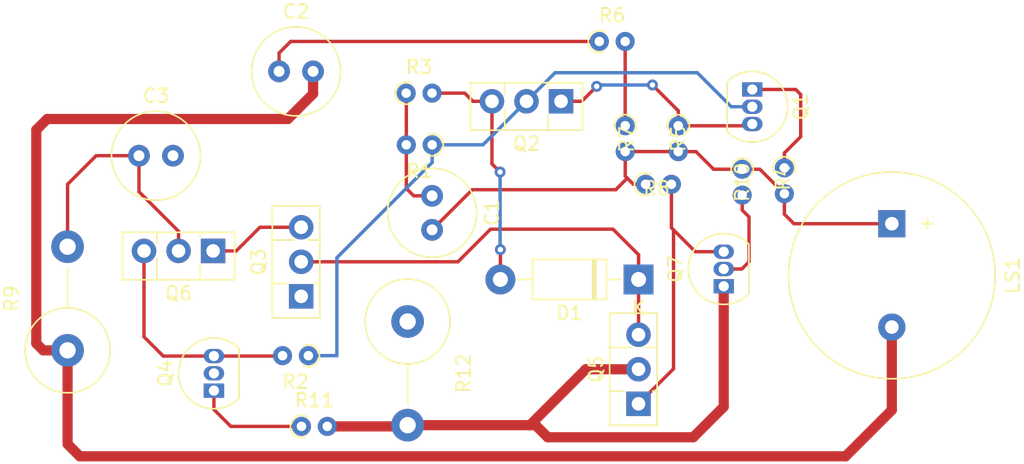
<source format=kicad_pcb>
(kicad_pcb (version 20211014) (generator pcbnew)
  (layers (0 "F.Cu" signal) (31 "B.Cu" signal) (34 "B.Paste" user) (35 "F.Paste" user) (36 "B.SilkS" user "B.Silkscreen") (37 "F.SilkS" user "F.Silkscreen") (38 "B.Mask" user) (39 "F.Mask" user) (44 "Edge.Cuts" user))
  (net 0 "")
  (net 1 "Net-(C1-Pad1)")
  (net 2 "Net-(C1-Pad2)")
  (net 3 "Net-(C2-Pad1)")
  (net 4 "Earth")
  (net 5 "Net-(C3-Pad1)")
  (net 6 "INPUT")
  (net 7 "Net-(D1-Pad1)")
  (net 8 "Net-(D1-Pad2)")
  (net 9 "Net-(Q1-Pad1)")
  (net 10 "+VDC")
  (net 11 "Net-(Q1-Pad3)")
  (net 12 "Net-(Q3-Pad1)")
  (net 13 "Net-(Q3-Pad3)")
  (net 14 "Net-(Q4-Pad1)")
  (net 15 "Net-(Q4-Pad2)")
  (net 16 "Net-(Q4-Pad3)")
  (net 17 "Net-(Q5-Pad1)")
  (net 18 "-VDC")
  (net 19 "Net-(Q7-Pad2)")
  (footprint "Resistor_THT:R_Axial_DIN0204_L3.6mm_D1.6mm_P1.90mm_Vertical" (layer "F.Cu") (at 142.7 70.1 -90)
    (fp_text reference "R5" (at 0.95 0 90) (layer "F.SilkS"))
    (fp_text value "100")
    (fp_arc (start 0.320095 0.749359) (mid -0.813042 -0.054435) (end 0.417133 -0.7) (layer "F.SilkS") (width 0.12))
    (pad "1" thru_hole circle (at 0 0 270) (size 1.4 1.4) (drill 0.7) (layers *.Cu *.Mask) (net 11 "Net-(Q1-Pad3)"))
    (pad "2" thru_hole oval (at 1.9 0 270) (size 1.4 1.4) (drill 0.7) (layers *.Cu *.Mask) (net 2 "Net-(C1-Pad2)"))
  )
  (footprint "Resistor_THT:R_Axial_DIN0617_L17.0mm_D6.0mm_P7.62mm_Vertical" (layer "F.Cu") (at 97.8 86.61 90)
    (fp_text reference "R9" (at 3.81 -4.12 90) (layer "F.SilkS"))
    (fp_text value "56k")
    (fp_line (start 3.12 0) (end 6.12 0) (layer "F.SilkS") (width 0.12))
    (fp_circle (center 0 0) (end 3.12 0) (layer "F.SilkS") (width 0.12) (fill none))
    (pad "1" thru_hole circle (at 0 0 90) (size 2.4 2.4) (drill 1.2) (layers *.Cu *.Mask) (net 4 "Earth"))
    (pad "2" thru_hole oval (at 7.62 0 90) (size 2.4 2.4) (drill 1.2) (layers *.Cu *.Mask) (net 5 "Net-(C3-Pad1)"))
  )
  (footprint "Resistor_THT:R_Axial_DIN0204_L3.6mm_D1.6mm_P1.90mm_Vertical" (layer "F.Cu") (at 136.895 63.9)
    (fp_text reference "R6" (at 0.95 -1.92) (layer "F.SilkS"))
    (fp_text value "1k")
    (fp_arc (start 0.320095 0.749359) (mid -0.813042 -0.054435) (end 0.417133 -0.7) (layer "F.SilkS") (width 0.12))
    (pad "1" thru_hole circle (at 0 0) (size 1.4 1.4) (drill 0.7) (layers *.Cu *.Mask) (net 3 "Net-(C2-Pad1)"))
    (pad "2" thru_hole oval (at 1.9 0) (size 1.4 1.4) (drill 0.7) (layers *.Cu *.Mask) (net 15 "Net-(Q4-Pad2)"))
  )
  (footprint "Package_TO_SOT_THT:TO-92_Inline" (layer "F.Cu") (at 146.04 81.9 90)
    (fp_text reference "Q7" (at 1.27 -3.56 90) (layer "F.SilkS"))
    (fp_text value "2SA1943")
    (fp_line (start -0.53 1.85) (end 3.07 1.85) (layer "F.SilkS") (width 0.12))
    (fp_arc (start 1.27 -2.6) (mid 3.672087 -0.994977) (end 3.108478 1.838478) (layer "F.SilkS") (width 0.12))
    (fp_arc (start -0.568478 1.838478) (mid -1.132087 -0.994977) (end 1.27 -2.6) (layer "F.SilkS") (width 0.12))
    (pad "1" thru_hole rect (at 0 0 90) (size 1.05 1.5) (drill 0.75) (layers *.Cu *.Mask) (net 18 "-VDC"))
    (pad "2" thru_hole oval (at 1.27 0 90) (size 1.05 1.5) (drill 0.75) (layers *.Cu *.Mask) (net 19 "Net-(Q7-Pad2)"))
    (pad "3" thru_hole oval (at 2.54 0 90) (size 1.05 1.5) (drill 0.75) (layers *.Cu *.Mask) (net 17 "Net-(Q5-Pad1)"))
  )
  (footprint "Capacitor_THT:C_Radial_D6.3mm_H11.0mm_P2.50mm" (layer "F.Cu") (at 113.35 66.1)
    (fp_text reference "C2" (at 1.25 -4.4) (layer "F.SilkS"))
    (fp_text value "100uF")
    (fp_circle (center 1.25 0) (end 4.52 0) (layer "F.SilkS") (width 0.12) (fill none))
    (pad "1" thru_hole circle (at 0 0) (size 1.6 1.6) (drill 0.8) (layers *.Cu *.Mask) (net 3 "Net-(C2-Pad1)"))
    (pad "2" thru_hole circle (at 2.5 0) (size 1.6 1.6) (drill 0.8) (layers *.Cu *.Mask) (net 4 "Earth"))
  )
  (footprint "Resistor_THT:R_Axial_DIN0204_L3.6mm_D1.6mm_P1.90mm_Vertical" (layer "F.Cu") (at 150.5 73.195 -90)
    (fp_text reference "R4" (at 0.705 0.1 90) (layer "F.SilkS"))
    (fp_text value "0.22")
    (fp_arc (start 0.320095 0.749359) (mid -0.813042 -0.054435) (end 0.417133 -0.7) (layer "F.SilkS") (width 0.12))
    (pad "1" thru_hole circle (at 0 0 270) (size 1.4 1.4) (drill 0.7) (layers *.Cu *.Mask) (net 9 "Net-(Q1-Pad1)"))
    (pad "2" thru_hole oval (at 1.9 0 270) (size 1.4 1.4) (drill 0.7) (layers *.Cu *.Mask) (net 2 "Net-(C1-Pad2)"))
  )
  (footprint "Buzzer_Beeper:Buzzer_15x7.5RM7.6" (layer "F.Cu") (at 158.4 77.3 -90)
    (fp_text reference "LS1" (at 3.81 -8.89 90) (layer "F.SilkS"))
    (fp_text value "Speaker")
    (fp_text user "+" (at -0.01 -2.54 90) (layer "F.SilkS"))
    (fp_circle (center 3.8 0) (end 11.4 0) (layer "F.SilkS") (width 0.12) (fill none))
    (pad "1" thru_hole rect (at 0 0 270) (size 2 2) (drill 1) (layers *.Cu *.Mask) (net 2 "Net-(C1-Pad2)"))
    (pad "2" thru_hole circle (at 7.6 0 270) (size 2 2) (drill 1) (layers *.Cu *.Mask) (net 4 "Earth"))
  )
  (footprint "Resistor_THT:R_Axial_DIN0204_L3.6mm_D1.6mm_P1.90mm_Vertical" (layer "F.Cu") (at 114.995 92.2)
    (fp_text reference "R11" (at 0.95 -1.92) (layer "F.SilkS"))
    (fp_text value "1k")
    (fp_arc (start 0.320095 0.749359) (mid -0.813042 -0.054435) (end 0.417133 -0.7) (layer "F.SilkS") (width 0.12))
    (pad "1" thru_hole circle (at 0 0) (size 1.4 1.4) (drill 0.7) (layers *.Cu *.Mask) (net 14 "Net-(Q4-Pad1)"))
    (pad "2" thru_hole oval (at 1.9 0) (size 1.4 1.4) (drill 0.7) (layers *.Cu *.Mask) (net 18 "-VDC"))
  )
  (footprint "Resistor_THT:R_Axial_DIN0204_L3.6mm_D1.6mm_P1.90mm_Vertical" (layer "F.Cu") (at 147.4 73.295 -90)
    (fp_text reference "R10" (at 0.95 0 90) (layer "F.SilkS"))
    (fp_text value "0.22")
    (fp_arc (start 0.320095 0.749359) (mid -0.813042 -0.054435) (end 0.417133 -0.7) (layer "F.SilkS") (width 0.12))
    (pad "1" thru_hole circle (at 0 0 270) (size 1.4 1.4) (drill 0.7) (layers *.Cu *.Mask) (net 2 "Net-(C1-Pad2)"))
    (pad "2" thru_hole oval (at 1.9 0 270) (size 1.4 1.4) (drill 0.7) (layers *.Cu *.Mask) (net 19 "Net-(Q7-Pad2)"))
  )
  (footprint "Diode_THT:D_DO-41_SOD81_P10.16mm_Horizontal" (layer "F.Cu") (at 139.78 81.4 180)
    (fp_text reference "D1" (at 5.08 -2.47) (layer "F.SilkS"))
    (fp_text value "1N4007")
    (fp_text user "K" (at 0 -2.1) (layer "F.SilkS"))
    (fp_line (start 3.26 -1.47) (end 3.26 1.47) (layer "F.SilkS") (width 0.12))
    (fp_line (start 3.38 -1.47) (end 3.38 1.47) (layer "F.SilkS") (width 0.12))
    (fp_line (start 7.8 -1.47) (end 2.36 -1.47) (layer "F.SilkS") (width 0.12))
    (fp_line (start 2.36 -1.47) (end 2.36 1.47) (layer "F.SilkS") (width 0.12))
    (fp_line (start 3.14 -1.47) (end 3.14 1.47) (layer "F.SilkS") (width 0.12))
    (fp_line (start 1.34 0) (end 2.36 0) (layer "F.SilkS") (width 0.12))
    (fp_line (start 7.8 1.47) (end 7.8 -1.47) (layer "F.SilkS") (width 0.12))
    (fp_line (start 8.82 0) (end 7.8 0) (layer "F.SilkS") (width 0.12))
    (fp_line (start 2.36 1.47) (end 7.8 1.47) (layer "F.SilkS") (width 0.12))
    (pad "1" thru_hole rect (at 0 0 180) (size 2.2 2.2) (drill 1.1) (layers *.Cu *.Mask) (net 7 "Net-(D1-Pad1)"))
    (pad "2" thru_hole oval (at 10.16 0 180) (size 2.2 2.2) (drill 1.1) (layers *.Cu *.Mask) (net 8 "Net-(D1-Pad2)"))
  )
  (footprint "Capacitor_THT:C_Radial_D6.3mm_H11.0mm_P2.50mm" (layer "F.Cu") (at 124.6 75.25 -90)
    (fp_text reference "C1" (at 1.25 -4.4 90) (layer "F.SilkS"))
    (fp_text value "100uF")
    (fp_circle (center 1.25 0) (end 4.52 0) (layer "F.SilkS") (width 0.12) (fill none))
    (pad "1" thru_hole circle (at 0 0 270) (size 1.6 1.6) (drill 0.8) (layers *.Cu *.Mask) (net 1 "Net-(C1-Pad1)"))
    (pad "2" thru_hole circle (at 2.5 0 270) (size 1.6 1.6) (drill 0.8) (layers *.Cu *.Mask) (net 2 "Net-(C1-Pad2)"))
  )
  (footprint "Resistor_THT:R_Axial_DIN0617_L17.0mm_D6.0mm_P7.62mm_Vertical" (layer "F.Cu") (at 122.8 84.49 -90)
    (fp_text reference "R12" (at 3.81 -4.12 90) (layer "F.SilkS"))
    (fp_text value "57k")
    (fp_line (start 3.12 0) (end 6.12 0) (layer "F.SilkS") (width 0.12))
    (fp_circle (center 0 0) (end 3.12 0) (layer "F.SilkS") (width 0.12) (fill none))
    (pad "1" thru_hole circle (at 0 0 270) (size 2.4 2.4) (drill 1.2) (layers *.Cu *.Mask) (net 12 "Net-(Q3-Pad1)"))
    (pad "2" thru_hole oval (at 7.62 0 270) (size 2.4 2.4) (drill 1.2) (layers *.Cu *.Mask) (net 18 "-VDC"))
  )
  (footprint "Package_TO_SOT_THT:TO-126-3_Vertical" (layer "F.Cu") (at 134.08 68.3 180)
    (fp_text reference "Q2" (at 2.54 -3.12) (layer "F.SilkS"))
    (fp_text value "BD139")
    (fp_line (start 4.141 -2.12) (end 4.141 -0.54) (layer "F.SilkS") (width 0.12))
    (fp_line (start 6.66 -2.12) (end 6.66 1.37) (layer "F.SilkS") (width 0.12))
    (fp_line (start 0.94 -2.12) (end 0.94 -1.05) (layer "F.SilkS") (width 0.12))
    (fp_line (start -1.58 -2.12) (end -1.58 1.37) (layer "F.SilkS") (width 0.12))
    (fp_line (start 4.141 0.54) (end 4.141 1.37) (layer "F.SilkS") (width 0.12))
    (fp_line (start -1.58 -2.12) (end 6.66 -2.12) (layer "F.SilkS") (width 0.12))
    (fp_line (start 0.94 1.05) (end 0.94 1.37) (layer "F.SilkS") (width 0.12))
    (fp_line (start -1.58 1.37) (end 6.66 1.37) (layer "F.SilkS") (width 0.12))
    (pad "1" thru_hole rect (at 0 0 180) (size 1.8 1.8) (drill 1) (layers *.Cu *.Mask) (net 11 "Net-(Q1-Pad3)"))
    (pad "2" thru_hole oval (at 2.54 0 180) (size 1.8 1.8) (drill 1) (layers *.Cu *.Mask) (net 10 "+VDC"))
    (pad "3" thru_hole oval (at 5.08 0 180) (size 1.8 1.8) (drill 1) (layers *.Cu *.Mask) (net 8 "Net-(D1-Pad2)"))
  )
  (footprint "Package_TO_SOT_THT:TO-126-3_Vertical" (layer "F.Cu") (at 114.975 82.64 90)
    (fp_text reference "Q3" (at 2.54 -3.12 90) (layer "F.SilkS"))
    (fp_text value "BD139")
    (fp_line (start -1.58 -2.12) (end 6.66 -2.12) (layer "F.SilkS") (width 0.12))
    (fp_line (start -1.58 1.37) (end 6.66 1.37) (layer "F.SilkS") (width 0.12))
    (fp_line (start 0.94 -2.12) (end 0.94 -1.05) (layer "F.SilkS") (width 0.12))
    (fp_line (start -1.58 -2.12) (end -1.58 1.37) (layer "F.SilkS") (width 0.12))
    (fp_line (start 6.66 -2.12) (end 6.66 1.37) (layer "F.SilkS") (width 0.12))
    (fp_line (start 4.141 0.54) (end 4.141 1.37) (layer "F.SilkS") (width 0.12))
    (fp_line (start 0.94 1.05) (end 0.94 1.37) (layer "F.SilkS") (width 0.12))
    (fp_line (start 4.141 -2.12) (end 4.141 -0.54) (layer "F.SilkS") (width 0.12))
    (pad "1" thru_hole rect (at 0 0 90) (size 1.8 1.8) (drill 1) (layers *.Cu *.Mask) (net 12 "Net-(Q3-Pad1)"))
    (pad "2" thru_hole oval (at 2.54 0 90) (size 1.8 1.8) (drill 1) (layers *.Cu *.Mask) (net 7 "Net-(D1-Pad1)"))
    (pad "3" thru_hole oval (at 5.08 0 90) (size 1.8 1.8) (drill 1) (layers *.Cu *.Mask) (net 13 "Net-(Q3-Pad3)"))
  )
  (footprint "Resistor_THT:R_Axial_DIN0204_L3.6mm_D1.6mm_P1.90mm_Vertical" (layer "F.Cu") (at 115.505 87 180)
    (fp_text reference "R2" (at 0.95 -1.92) (layer "F.SilkS"))
    (fp_text value "10k")
    (fp_arc (start 0.320095 0.749359) (mid -0.813042 -0.054435) (end 0.417133 -0.7) (layer "F.SilkS") (width 0.12))
    (pad "1" thru_hole circle (at 0 0 180) (size 1.4 1.4) (drill 0.7) (layers *.Cu *.Mask) (net 10 "+VDC"))
    (pad "2" thru_hole oval (at 1.9 0 180) (size 1.4 1.4) (drill 0.7) (layers *.Cu *.Mask) (net 16 "Net-(Q4-Pad3)"))
  )
  (footprint "Resistor_THT:R_Axial_DIN0204_L3.6mm_D1.6mm_P1.90mm_Vertical" (layer "F.Cu") (at 140.295 74.4)
    (fp_text reference "R8" (at 0.805 0.3) (layer "F.SilkS"))
    (fp_text value "100")
    (fp_arc (start 0.320095 0.749359) (mid -0.813042 -0.054435) (end 0.417133 -0.7) (layer "F.SilkS") (width 0.12))
    (pad "1" thru_hole circle (at 0 0) (size 1.4 1.4) (drill 0.7) (layers *.Cu *.Mask) (net 2 "Net-(C1-Pad2)"))
    (pad "2" thru_hole oval (at 1.9 0) (size 1.4 1.4) (drill 0.7) (layers *.Cu *.Mask) (net 17 "Net-(Q5-Pad1)"))
  )
  (footprint "Capacitor_THT:C_Radial_D6.3mm_H11.0mm_P2.50mm" (layer "F.Cu") (at 103.05 72.3)
    (fp_text reference "C3" (at 1.25 -4.4) (layer "F.SilkS"))
    (fp_text value "1uF")
    (fp_circle (center 1.25 0) (end 4.52 0) (layer "F.SilkS") (width 0.12) (fill none))
    (pad "1" thru_hole circle (at 0 0) (size 1.6 1.6) (drill 0.8) (layers *.Cu *.Mask) (net 5 "Net-(C3-Pad1)"))
    (pad "2" thru_hole circle (at 2.5 0) (size 1.6 1.6) (drill 0.8) (layers *.Cu *.Mask) (net 6 "INPUT"))
  )
  (footprint "Package_TO_SOT_THT:TO-126-3_Vertical" (layer "F.Cu") (at 139.775 90.54 90)
    (fp_text reference "Q5" (at 2.54 -3.12 90) (layer "F.SilkS"))
    (fp_text value "BD140")
    (fp_line (start -1.58 -2.12) (end 6.66 -2.12) (layer "F.SilkS") (width 0.12))
    (fp_line (start 4.141 -2.12) (end 4.141 -0.54) (layer "F.SilkS") (width 0.12))
    (fp_line (start 0.94 -2.12) (end 0.94 -1.05) (layer "F.SilkS") (width 0.12))
    (fp_line (start 4.141 0.54) (end 4.141 1.37) (layer "F.SilkS") (width 0.12))
    (fp_line (start 6.66 -2.12) (end 6.66 1.37) (layer "F.SilkS") (width 0.12))
    (fp_line (start -1.58 1.37) (end 6.66 1.37) (layer "F.SilkS") (width 0.12))
    (fp_line (start -1.58 -2.12) (end -1.58 1.37) (layer "F.SilkS") (width 0.12))
    (fp_line (start 0.94 1.05) (end 0.94 1.37) (layer "F.SilkS") (width 0.12))
    (pad "1" thru_hole rect (at 0 0 90) (size 1.8 1.8) (drill 1) (layers *.Cu *.Mask) (net 17 "Net-(Q5-Pad1)"))
    (pad "2" thru_hole oval (at 2.54 0 90) (size 1.8 1.8) (drill 1) (layers *.Cu *.Mask) (net 18 "-VDC"))
    (pad "3" thru_hole oval (at 5.08 0 90) (size 1.8 1.8) (drill 1) (layers *.Cu *.Mask) (net 7 "Net-(D1-Pad1)"))
  )
  (footprint "Package_TO_SOT_THT:TO-92_Inline" (layer "F.Cu") (at 108.56 89.57 90)
    (fp_text reference "Q4" (at 1.27 -3.56 90) (layer "F.SilkS"))
    (fp_text value "BC557")
    (fp_line (start -0.53 1.85) (end 3.07 1.85) (layer "F.SilkS") (width 0.12))
    (fp_arc (start 1.27 -2.6) (mid 3.672087 -0.994977) (end 3.108478 1.838478) (layer "F.SilkS") (width 0.12))
    (fp_arc (start -0.568478 1.838478) (mid -1.132087 -0.994977) (end 1.27 -2.6) (layer "F.SilkS") (width 0.12))
    (pad "1" thru_hole rect (at 0 0 90) (size 1.05 1.5) (drill 0.75) (layers *.Cu *.Mask) (net 14 "Net-(Q4-Pad1)"))
    (pad "2" thru_hole oval (at 1.27 0 90) (size 1.05 1.5) (drill 0.75) (layers *.Cu *.Mask) (net 15 "Net-(Q4-Pad2)"))
    (pad "3" thru_hole oval (at 2.54 0 90) (size 1.05 1.5) (drill 0.75) (layers *.Cu *.Mask) (net 16 "Net-(Q4-Pad3)"))
  )
  (footprint "Resistor_THT:R_Axial_DIN0204_L3.6mm_D1.6mm_P1.90mm_Vertical" (layer "F.Cu") (at 122.695 67.7)
    (fp_text reference "R3" (at 0.95 -1.92) (layer "F.SilkS"))
    (fp_text value "4.7k")
    (fp_arc (start 0.320095 0.749359) (mid -0.813042 -0.054435) (end 0.417133 -0.7) (layer "F.SilkS") (width 0.12))
    (pad "1" thru_hole circle (at 0 0) (size 1.4 1.4) (drill 0.7) (layers *.Cu *.Mask) (net 1 "Net-(C1-Pad1)"))
    (pad "2" thru_hole oval (at 1.9 0) (size 1.4 1.4) (drill 0.7) (layers *.Cu *.Mask) (net 8 "Net-(D1-Pad2)"))
  )
  (footprint "Package_TO_SOT_THT:TO-126-3_Vertical" (layer "F.Cu") (at 108.5 79.3 180)
    (fp_text reference "Q6" (at 2.54 -3.12) (layer "F.SilkS"))
    (fp_text value "BC557")
    (fp_line (start -1.58 -2.12) (end -1.58 1.37) (layer "F.SilkS") (width 0.12))
    (fp_line (start 0.94 1.05) (end 0.94 1.37) (layer "F.SilkS") (width 0.12))
    (fp_line (start 0.94 -2.12) (end 0.94 -1.05) (layer "F.SilkS") (width 0.12))
    (fp_line (start 4.141 0.54) (end 4.141 1.37) (layer "F.SilkS") (width 0.12))
    (fp_line (start 6.66 -2.12) (end 6.66 1.37) (layer "F.SilkS") (width 0.12))
    (fp_line (start -1.58 1.37) (end 6.66 1.37) (layer "F.SilkS") (width 0.12))
    (fp_line (start -1.58 -2.12) (end 6.66 -2.12) (layer "F.SilkS") (width 0.12))
    (fp_line (start 4.141 -2.12) (end 4.141 -0.54) (layer "F.SilkS") (width 0.12))
    (pad "1" thru_hole rect (at 0 0 180) (size 1.8 1.8) (drill 1) (layers *.Cu *.Mask) (net 13 "Net-(Q3-Pad3)"))
    (pad "2" thru_hole oval (at 2.54 0 180) (size 1.8 1.8) (drill 1) (layers *.Cu *.Mask) (net 5 "Net-(C3-Pad1)"))
    (pad "3" thru_hole oval (at 5.08 0 180) (size 1.8 1.8) (drill 1) (layers *.Cu *.Mask) (net 16 "Net-(Q4-Pad3)"))
  )
  (footprint "Resistor_THT:R_Axial_DIN0204_L3.6mm_D1.6mm_P1.90mm_Vertical" (layer "F.Cu") (at 138.8 70.095 -90)
    (fp_text reference "R7" (at 1.005 -0.1 90) (layer "F.SilkS"))
    (fp_text value "47k")
    (fp_arc (start 0.320095 0.749359) (mid -0.813042 -0.054435) (end 0.417133 -0.7) (layer "F.SilkS") (width 0.12))
    (pad "1" thru_hole circle (at 0 0 270) (size 1.4 1.4) (drill 0.7) (layers *.Cu *.Mask) (net 15 "Net-(Q4-Pad2)"))
    (pad "2" thru_hole oval (at 1.9 0 270) (size 1.4 1.4) (drill 0.7) (layers *.Cu *.Mask) (net 2 "Net-(C1-Pad2)"))
  )
  (footprint "Resistor_THT:R_Axial_DIN0204_L3.6mm_D1.6mm_P1.90mm_Vertical" (layer "F.Cu") (at 124.605 71.5 180)
    (fp_text reference "R1" (at 0.95 -1.92) (layer "F.SilkS"))
    (fp_text value "4.7k")
    (fp_arc (start 0.320095 0.749359) (mid -0.813042 -0.054435) (end 0.417133 -0.7) (layer "F.SilkS") (width 0.12))
    (pad "1" thru_hole circle (at 0 0 180) (size 1.4 1.4) (drill 0.7) (layers *.Cu *.Mask) (net 10 "+VDC"))
    (pad "2" thru_hole oval (at 1.9 0 180) (size 1.4 1.4) (drill 0.7) (layers *.Cu *.Mask) (net 1 "Net-(C1-Pad1)"))
  )
  (footprint "Package_TO_SOT_THT:TO-92_Inline" (layer "F.Cu") (at 148.14 67.43 -90)
    (fp_text reference "Q1" (at 1.27 -3.56 90) (layer "F.SilkS"))
    (fp_text value "2SC5200")
    (fp_line (start -0.53 1.85) (end 3.07 1.85) (layer "F.SilkS") (width 0.12))
    (fp_arc (start 1.27 -2.6) (mid 3.672087 -0.994977) (end 3.108478 1.838478) (layer "F.SilkS") (width 0.12))
    (fp_arc (start -0.568478 1.838478) (mid -1.132087 -0.994977) (end 1.27 -2.6) (layer "F.SilkS") (width 0.12))
    (pad "1" thru_hole rect (at 0 0 270) (size 1.05 1.5) (drill 0.75) (layers *.Cu *.Mask) (net 9 "Net-(Q1-Pad1)"))
    (pad "2" thru_hole oval (at 1.27 0 270) (size 1.05 1.5) (drill 0.75) (layers *.Cu *.Mask) (net 10 "+VDC"))
    (pad "3" thru_hole oval (at 2.54 0 270) (size 1.05 1.5) (drill 0.75) (layers *.Cu *.Mask) (net 11 "Net-(Q1-Pad3)"))
  )
  (segment (start 123.25 75.25) (end 122.705 74.705) (width 0.25) (layer "F.Cu") (net 1))
  (segment (start 124.6 75.25) (end 123.25 75.25) (width 0.25) (layer "F.Cu") (net 1))
  (segment (start 122.705 74.705) (end 122.705 71.5) (width 0.25) (layer "F.Cu") (net 1))
  (segment (start 122.705 71.5) (end 122.705 67.71) (width 0.25) (layer "F.Cu") (net 1))
  (segment (start 122.705 67.71) (end 122.695 67.7) (width 0.25) (layer "F.Cu") (net 1))
  (segment (start 151.2 77.3) (end 150.5 76.6) (width 0.25) (layer "F.Cu") (net 2))
  (segment (start 158.4 77.3) (end 151.2 77.3) (width 0.25) (layer "F.Cu") (net 2))
  (segment (start 148.7 73.295) (end 150.5 75.095) (width 0.25) (layer "F.Cu") (net 2))
  (segment (start 144 72) (end 145.295 73.295) (width 0.25) (layer "F.Cu") (net 2))
  (segment (start 142.695 71.995) (end 142.7 72) (width 0.25) (layer "F.Cu") (net 2))
  (segment (start 127.55 74.8) (end 138.1 74.8) (width 0.25) (layer "F.Cu") (net 2))
  (segment (start 147.4 73.295) (end 148.7 73.295) (width 0.25) (layer "F.Cu") (net 2))
  (segment (start 124.6 77.75) (end 127.55 74.8) (width 0.25) (layer "F.Cu") (net 2))
  (segment (start 138.95 73.95) (end 138.8 73.8) (width 0.25) (layer "F.Cu") (net 2))
  (segment (start 139.4 74.4) (end 138.95 73.95) (width 0.25) (layer "F.Cu") (net 2))
  (segment (start 145.295 73.295) (end 147.4 73.295) (width 0.25) (layer "F.Cu") (net 2))
  (segment (start 138.8 73.8) (end 138.8 71.995) (width 0.25) (layer "F.Cu") (net 2))
  (segment (start 150.5 76.6) (end 150.5 75.095) (width 0.25) (layer "F.Cu") (net 2))
  (segment (start 140.295 74.4) (end 139.4 74.4) (width 0.25) (layer "F.Cu") (net 2))
  (segment (start 138.8 71.995) (end 142.695 71.995) (width 0.25) (layer "F.Cu") (net 2))
  (segment (start 138.1 74.8) (end 138.95 73.95) (width 0.25) (layer "F.Cu") (net 2))
  (segment (start 142.7 72) (end 144 72) (width 0.25) (layer "F.Cu") (net 2))
  (segment (start 136.895 63.9) (end 114.2 63.9) (width 0.25) (layer "F.Cu") (net 3))
  (segment (start 113.35 64.75) (end 113.35 66.1) (width 0.25) (layer "F.Cu") (net 3))
  (segment (start 114.2 63.9) (end 113.35 64.75) (width 0.25) (layer "F.Cu") (net 3))
  (segment (start 97.8 93.5) (end 98.7 94.4) (width 0.75) (layer "F.Cu") (net 4))
  (segment (start 115.85 67.75) (end 114 69.6) (width 0.75) (layer "F.Cu") (net 4))
  (segment (start 97.8 86.61) (end 97.8 93.5) (width 0.75) (layer "F.Cu") (net 4))
  (segment (start 115.85 66.1) (end 115.85 67.75) (width 0.75) (layer "F.Cu") (net 4))
  (segment (start 96.01 86.61) (end 97.8 86.61) (width 0.75) (layer "F.Cu") (net 4))
  (segment (start 95.5 86.1) (end 96.01 86.61) (width 0.75) (layer "F.Cu") (net 4))
  (segment (start 155 94.4) (end 158.4 91) (width 0.75) (layer "F.Cu") (net 4))
  (segment (start 96.3 69.6) (end 95.5 70.4) (width 0.75) (layer "F.Cu") (net 4))
  (segment (start 158.4 91) (end 158.4 84.9) (width 0.75) (layer "F.Cu") (net 4))
  (segment (start 95.5 70.4) (end 95.5 86.1) (width 0.75) (layer "F.Cu") (net 4))
  (segment (start 114 69.6) (end 96.3 69.6) (width 0.75) (layer "F.Cu") (net 4))
  (segment (start 98.7 94.4) (end 155 94.4) (width 0.75) (layer "F.Cu") (net 4))
  (segment (start 99.9 72.3) (end 103.05 72.3) (width 0.25) (layer "F.Cu") (net 5))
  (segment (start 103.05 72.3) (end 103.05 74.95) (width 0.25) (layer "F.Cu") (net 5))
  (segment (start 97.8 78.99) (end 97.8 74.4) (width 0.25) (layer "F.Cu") (net 5))
  (segment (start 105.96 77.86) (end 105.96 79.3) (width 0.25) (layer "F.Cu") (net 5))
  (segment (start 97.8 74.4) (end 99.9 72.3) (width 0.25) (layer "F.Cu") (net 5))
  (segment (start 103.05 74.95) (end 105.96 77.86) (width 0.25) (layer "F.Cu") (net 5))
  (segment (start 139.78 81.4) (end 139.78 85.455) (width 0.25) (layer "F.Cu") (net 7))
  (segment (start 126.5 80.1) (end 114.975 80.1) (width 0.25) (layer "F.Cu") (net 7))
  (segment (start 137.9 77.7) (end 128.9 77.7) (width 0.25) (layer "F.Cu") (net 7))
  (segment (start 139.78 79.58) (end 137.9 77.7) (width 0.25) (layer "F.Cu") (net 7))
  (segment (start 128.9 77.7) (end 126.5 80.1) (width 0.25) (layer "F.Cu") (net 7))
  (segment (start 139.78 85.455) (end 139.775 85.46) (width 0.25) (layer "F.Cu") (net 7))
  (segment (start 139.78 81.4) (end 139.78 79.58) (width 0.25) (layer "F.Cu") (net 7))
  (segment (start 129.6 73.5) (end 129 72.9) (width 0.25) (layer "F.Cu") (net 8))
  (segment (start 129 72.9) (end 129 68.3) (width 0.25) (layer "F.Cu") (net 8))
  (segment (start 129 68.3) (end 127.6 68.3) (width 0.25) (layer "F.Cu") (net 8))
  (segment (start 129.62 81.4) (end 129.62 79.2) (width 0.25) (layer "F.Cu") (net 8))
  (segment (start 127.6 68.3) (end 127 67.7) (width 0.25) (layer "F.Cu") (net 8))
  (segment (start 127 67.7) (end 124.595 67.7) (width 0.25) (layer "F.Cu") (net 8))
  (via (at 129.62 79.2) (size 0.8) (drill 0.4) (layers "F.Cu" "B.Cu") (net 8))
  (via (at 129.6 73.5) (size 0.8) (drill 0.4) (layers "F.Cu" "B.Cu") (net 8))
  (segment (start 129.6 79.18) (end 129.6 73.5) (width 0.25) (layer "B.Cu") (net 8))
  (segment (start 129.62 79.2) (end 129.6 79.18) (width 0.25) (layer "B.Cu") (net 8))
  (segment (start 151.33 67.43) (end 151.7 67.8) (width 0.25) (layer "F.Cu") (net 9))
  (segment (start 151.7 70.9) (end 150.5 72.1) (width 0.25) (layer "F.Cu") (net 9))
  (segment (start 151.7 67.8) (end 151.7 70.9) (width 0.25) (layer "F.Cu") (net 9))
  (segment (start 150.5 72.1) (end 150.5 73.195) (width 0.25) (layer "F.Cu") (net 9))
  (segment (start 148.14 67.43) (end 151.33 67.43) (width 0.25) (layer "F.Cu") (net 9))
  (segment (start 133.64 66.2) (end 144.1 66.2) (width 0.25) (layer "B.Cu") (net 10))
  (segment (start 124.605 72.795) (end 117.6 79.8) (width 0.25) (layer "B.Cu") (net 10))
  (segment (start 131.54 68.3) (end 133.64 66.2) (width 0.25) (layer "B.Cu") (net 10))
  (segment (start 144.1 66.2) (end 146.6 68.7) (width 0.25) (layer "B.Cu") (net 10))
  (segment (start 128.34 71.5) (end 131.54 68.3) (width 0.25) (layer "B.Cu") (net 10))
  (segment (start 146.6 68.7) (end 148.14 68.7) (width 0.25) (layer "B.Cu") (net 10))
  (segment (start 124.605 71.5) (end 124.605 72.795) (width 0.25) (layer "B.Cu") (net 10))
  (segment (start 117.6 87) (end 115.505 87) (width 0.25) (layer "B.Cu") (net 10))
  (segment (start 124.605 71.5) (end 128.34 71.5) (width 0.25) (layer "B.Cu") (net 10))
  (segment (start 117.6 79.8) (end 117.6 87) (width 0.25) (layer "B.Cu") (net 10))
  (segment (start 140.8 67.1) (end 142.7 69) (width 0.25) (layer "F.Cu") (net 11))
  (segment (start 142.7 69) (end 142.7 70.1) (width 0.25) (layer "F.Cu") (net 11))
  (segment (start 134.08 68.3) (end 135.6 68.3) (width 0.25) (layer "F.Cu") (net 11))
  (segment (start 142.7 70.1) (end 148.01 70.1) (width 0.25) (layer "F.Cu") (net 11))
  (segment (start 148.01 70.1) (end 148.14 69.97) (width 0.25) (layer "F.Cu") (net 11))
  (segment (start 135.6 68.3) (end 136.7 67.2) (width 0.25) (layer "F.Cu") (net 11))
  (via (at 136.7 67.2) (size 0.8) (drill 0.4) (layers "F.Cu" "B.Cu") (net 11))
  (via (at 140.8 67.1) (size 0.8) (drill 0.4) (layers "F.Cu" "B.Cu") (net 11))
  (segment (start 136.7 67.2) (end 136.8 67.1) (width 0.25) (layer "B.Cu") (net 11))
  (segment (start 136.8 67.1) (end 140.8 67.1) (width 0.25) (layer "B.Cu") (net 11))
  (segment (start 111.94 77.56) (end 114.975 77.56) (width 0.25) (layer "F.Cu") (net 13))
  (segment (start 108.5 79.3) (end 110.2 79.3) (width 0.25) (layer "F.Cu") (net 13))
  (segment (start 110.2 79.3) (end 111.94 77.56) (width 0.25) (layer "F.Cu") (net 13))
  (segment (start 108.56 90.96) (end 109.8 92.2) (width 0.25) (layer "F.Cu") (net 14))
  (segment (start 108.56 89.57) (end 108.56 90.96) (width 0.25) (layer "F.Cu") (net 14))
  (segment (start 109.8 92.2) (end 114.995 92.2) (width 0.25) (layer "F.Cu") (net 14))
  (segment (start 138.795 63.9) (end 138.795 70.09) (width 0.25) (layer "F.Cu") (net 15))
  (segment (start 138.795 70.09) (end 138.8 70.095) (width 0.25) (layer "F.Cu") (net 15))
  (segment (start 108.56 87.03) (end 113.575 87.03) (width 0.25) (layer "F.Cu") (net 16))
  (segment (start 103.42 85.62) (end 104.83 87.03) (width 0.25) (layer "F.Cu") (net 16))
  (segment (start 113.575 87.03) (end 113.605 87) (width 0.25) (layer "F.Cu") (net 16))
  (segment (start 103.42 79.3) (end 103.42 85.62) (width 0.25) (layer "F.Cu") (net 16))
  (segment (start 104.83 87.03) (end 108.56 87.03) (width 0.25) (layer "F.Cu") (net 16))
  (segment (start 142.35 87.965) (end 142.35 77.75) (width 0.25) (layer "F.Cu") (net 17))
  (segment (start 142.195 77.595) (end 142.195 74.4) (width 0.25) (layer "F.Cu") (net 17))
  (segment (start 143.96 79.36) (end 142.35 77.75) (width 0.25) (layer "F.Cu") (net 17))
  (segment (start 142.35 77.75) (end 142.195 77.595) (width 0.25) (layer "F.Cu") (net 17))
  (segment (start 139.775 90.54) (end 142.35 87.965) (width 0.25) (layer "F.Cu") (net 17))
  (segment (start 146.04 79.36) (end 143.96 79.36) (width 0.25) (layer "F.Cu") (net 17))
  (segment (start 146.04 81.9) (end 146.04 90.76) (width 0.75) (layer "F.Cu") (net 18))
  (segment (start 132.21 92.11) (end 131.79 92.11) (width 0.75) (layer "F.Cu") (net 18))
  (segment (start 133.1 93) (end 132.21 92.11) (width 0.75) (layer "F.Cu") (net 18))
  (segment (start 116.895 92.2) (end 122.71 92.2) (width 0.75) (layer "F.Cu") (net 18))
  (segment (start 131.79 92.11) (end 135.9 88) (width 0.75) (layer "F.Cu") (net 18))
  (segment (start 135.9 88) (end 139.775 88) (width 0.75) (layer "F.Cu") (net 18))
  (segment (start 122.8 92.11) (end 131.79 92.11) (width 0.75) (layer "F.Cu") (net 18))
  (segment (start 146.04 90.76) (end 143.8 93) (width 0.75) (layer "F.Cu") (net 18))
  (segment (start 122.71 92.2) (end 122.8 92.11) (width 0.75) (layer "F.Cu") (net 18))
  (segment (start 143.8 93) (end 133.1 93) (width 0.75) (layer "F.Cu") (net 18))
  (segment (start 147.9 76.8) (end 147.4 76.3) (width 0.25) (layer "F.Cu") (net 19))
  (segment (start 147.9 80.1) (end 147.9 76.8) (width 0.25) (layer "F.Cu") (net 19))
  (segment (start 147.37 80.63) (end 147.9 80.1) (width 0.25) (layer "F.Cu") (net 19))
  (segment (start 146.04 80.63) (end 147.37 80.63) (width 0.25) (layer "F.Cu") (net 19))
  (segment (start 146.265 80.63) (end 146.295 80.6) (width 0.25) (layer "F.Cu") (net 19))
  (segment (start 146.04 80.63) (end 146.265 80.63) (width 0.25) (layer "F.Cu") (net 19))
  (segment (start 147.4 76.3) (end 147.4 75.195) (width 0.25) (layer "F.Cu") (net 19))
)
</source>
